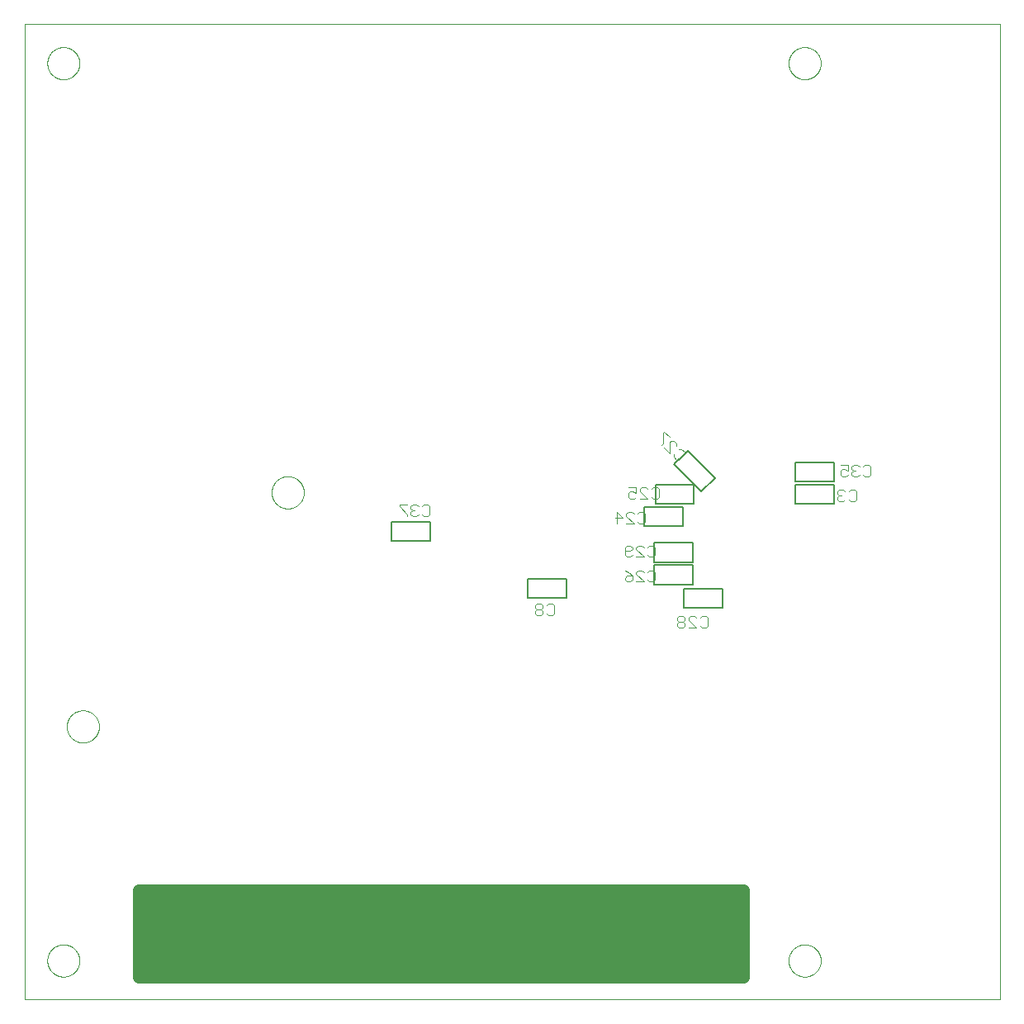
<source format=gbo>
G75*
%MOIN*%
%OFA0B0*%
%FSLAX25Y25*%
%IPPOS*%
%LPD*%
%AMOC8*
5,1,8,0,0,1.08239X$1,22.5*
%
%ADD10C,0.00000*%
%ADD11C,0.05000*%
%ADD12C,0.00500*%
%ADD13C,0.00400*%
D10*
X0008500Y0005500D02*
X0008500Y0399201D01*
X0402201Y0399201D01*
X0402201Y0005500D01*
X0008500Y0005500D01*
X0017752Y0021248D02*
X0017754Y0021409D01*
X0017760Y0021569D01*
X0017770Y0021730D01*
X0017784Y0021890D01*
X0017802Y0022049D01*
X0017823Y0022209D01*
X0017849Y0022367D01*
X0017879Y0022525D01*
X0017912Y0022682D01*
X0017950Y0022839D01*
X0017991Y0022994D01*
X0018036Y0023148D01*
X0018085Y0023301D01*
X0018138Y0023453D01*
X0018194Y0023603D01*
X0018254Y0023752D01*
X0018318Y0023900D01*
X0018385Y0024046D01*
X0018456Y0024190D01*
X0018531Y0024332D01*
X0018609Y0024473D01*
X0018690Y0024611D01*
X0018775Y0024748D01*
X0018864Y0024882D01*
X0018955Y0025014D01*
X0019050Y0025144D01*
X0019148Y0025271D01*
X0019249Y0025396D01*
X0019353Y0025519D01*
X0019460Y0025638D01*
X0019570Y0025755D01*
X0019683Y0025870D01*
X0019799Y0025981D01*
X0019917Y0026090D01*
X0020038Y0026195D01*
X0020162Y0026298D01*
X0020288Y0026398D01*
X0020417Y0026494D01*
X0020548Y0026587D01*
X0020681Y0026677D01*
X0020816Y0026764D01*
X0020954Y0026847D01*
X0021093Y0026926D01*
X0021235Y0027003D01*
X0021378Y0027076D01*
X0021523Y0027145D01*
X0021670Y0027210D01*
X0021818Y0027272D01*
X0021968Y0027331D01*
X0022119Y0027385D01*
X0022271Y0027436D01*
X0022425Y0027483D01*
X0022580Y0027526D01*
X0022735Y0027565D01*
X0022892Y0027601D01*
X0023050Y0027633D01*
X0023208Y0027660D01*
X0023367Y0027684D01*
X0023526Y0027704D01*
X0023686Y0027720D01*
X0023847Y0027732D01*
X0024007Y0027740D01*
X0024168Y0027744D01*
X0024328Y0027744D01*
X0024489Y0027740D01*
X0024649Y0027732D01*
X0024810Y0027720D01*
X0024970Y0027704D01*
X0025129Y0027684D01*
X0025288Y0027660D01*
X0025446Y0027633D01*
X0025604Y0027601D01*
X0025761Y0027565D01*
X0025916Y0027526D01*
X0026071Y0027483D01*
X0026225Y0027436D01*
X0026377Y0027385D01*
X0026528Y0027331D01*
X0026678Y0027272D01*
X0026826Y0027210D01*
X0026973Y0027145D01*
X0027118Y0027076D01*
X0027261Y0027003D01*
X0027403Y0026926D01*
X0027542Y0026847D01*
X0027680Y0026764D01*
X0027815Y0026677D01*
X0027948Y0026587D01*
X0028079Y0026494D01*
X0028208Y0026398D01*
X0028334Y0026298D01*
X0028458Y0026195D01*
X0028579Y0026090D01*
X0028697Y0025981D01*
X0028813Y0025870D01*
X0028926Y0025755D01*
X0029036Y0025638D01*
X0029143Y0025519D01*
X0029247Y0025396D01*
X0029348Y0025271D01*
X0029446Y0025144D01*
X0029541Y0025014D01*
X0029632Y0024882D01*
X0029721Y0024748D01*
X0029806Y0024611D01*
X0029887Y0024473D01*
X0029965Y0024332D01*
X0030040Y0024190D01*
X0030111Y0024046D01*
X0030178Y0023900D01*
X0030242Y0023752D01*
X0030302Y0023603D01*
X0030358Y0023453D01*
X0030411Y0023301D01*
X0030460Y0023148D01*
X0030505Y0022994D01*
X0030546Y0022839D01*
X0030584Y0022682D01*
X0030617Y0022525D01*
X0030647Y0022367D01*
X0030673Y0022209D01*
X0030694Y0022049D01*
X0030712Y0021890D01*
X0030726Y0021730D01*
X0030736Y0021569D01*
X0030742Y0021409D01*
X0030744Y0021248D01*
X0030742Y0021087D01*
X0030736Y0020927D01*
X0030726Y0020766D01*
X0030712Y0020606D01*
X0030694Y0020447D01*
X0030673Y0020287D01*
X0030647Y0020129D01*
X0030617Y0019971D01*
X0030584Y0019814D01*
X0030546Y0019657D01*
X0030505Y0019502D01*
X0030460Y0019348D01*
X0030411Y0019195D01*
X0030358Y0019043D01*
X0030302Y0018893D01*
X0030242Y0018744D01*
X0030178Y0018596D01*
X0030111Y0018450D01*
X0030040Y0018306D01*
X0029965Y0018164D01*
X0029887Y0018023D01*
X0029806Y0017885D01*
X0029721Y0017748D01*
X0029632Y0017614D01*
X0029541Y0017482D01*
X0029446Y0017352D01*
X0029348Y0017225D01*
X0029247Y0017100D01*
X0029143Y0016977D01*
X0029036Y0016858D01*
X0028926Y0016741D01*
X0028813Y0016626D01*
X0028697Y0016515D01*
X0028579Y0016406D01*
X0028458Y0016301D01*
X0028334Y0016198D01*
X0028208Y0016098D01*
X0028079Y0016002D01*
X0027948Y0015909D01*
X0027815Y0015819D01*
X0027680Y0015732D01*
X0027542Y0015649D01*
X0027403Y0015570D01*
X0027261Y0015493D01*
X0027118Y0015420D01*
X0026973Y0015351D01*
X0026826Y0015286D01*
X0026678Y0015224D01*
X0026528Y0015165D01*
X0026377Y0015111D01*
X0026225Y0015060D01*
X0026071Y0015013D01*
X0025916Y0014970D01*
X0025761Y0014931D01*
X0025604Y0014895D01*
X0025446Y0014863D01*
X0025288Y0014836D01*
X0025129Y0014812D01*
X0024970Y0014792D01*
X0024810Y0014776D01*
X0024649Y0014764D01*
X0024489Y0014756D01*
X0024328Y0014752D01*
X0024168Y0014752D01*
X0024007Y0014756D01*
X0023847Y0014764D01*
X0023686Y0014776D01*
X0023526Y0014792D01*
X0023367Y0014812D01*
X0023208Y0014836D01*
X0023050Y0014863D01*
X0022892Y0014895D01*
X0022735Y0014931D01*
X0022580Y0014970D01*
X0022425Y0015013D01*
X0022271Y0015060D01*
X0022119Y0015111D01*
X0021968Y0015165D01*
X0021818Y0015224D01*
X0021670Y0015286D01*
X0021523Y0015351D01*
X0021378Y0015420D01*
X0021235Y0015493D01*
X0021093Y0015570D01*
X0020954Y0015649D01*
X0020816Y0015732D01*
X0020681Y0015819D01*
X0020548Y0015909D01*
X0020417Y0016002D01*
X0020288Y0016098D01*
X0020162Y0016198D01*
X0020038Y0016301D01*
X0019917Y0016406D01*
X0019799Y0016515D01*
X0019683Y0016626D01*
X0019570Y0016741D01*
X0019460Y0016858D01*
X0019353Y0016977D01*
X0019249Y0017100D01*
X0019148Y0017225D01*
X0019050Y0017352D01*
X0018955Y0017482D01*
X0018864Y0017614D01*
X0018775Y0017748D01*
X0018690Y0017885D01*
X0018609Y0018023D01*
X0018531Y0018164D01*
X0018456Y0018306D01*
X0018385Y0018450D01*
X0018318Y0018596D01*
X0018254Y0018744D01*
X0018194Y0018893D01*
X0018138Y0019043D01*
X0018085Y0019195D01*
X0018036Y0019348D01*
X0017991Y0019502D01*
X0017950Y0019657D01*
X0017912Y0019814D01*
X0017879Y0019971D01*
X0017849Y0020129D01*
X0017823Y0020287D01*
X0017802Y0020447D01*
X0017784Y0020606D01*
X0017770Y0020766D01*
X0017760Y0020927D01*
X0017754Y0021087D01*
X0017752Y0021248D01*
X0025626Y0115736D02*
X0025628Y0115897D01*
X0025634Y0116057D01*
X0025644Y0116218D01*
X0025658Y0116378D01*
X0025676Y0116537D01*
X0025697Y0116697D01*
X0025723Y0116855D01*
X0025753Y0117013D01*
X0025786Y0117170D01*
X0025824Y0117327D01*
X0025865Y0117482D01*
X0025910Y0117636D01*
X0025959Y0117789D01*
X0026012Y0117941D01*
X0026068Y0118091D01*
X0026128Y0118240D01*
X0026192Y0118388D01*
X0026259Y0118534D01*
X0026330Y0118678D01*
X0026405Y0118820D01*
X0026483Y0118961D01*
X0026564Y0119099D01*
X0026649Y0119236D01*
X0026738Y0119370D01*
X0026829Y0119502D01*
X0026924Y0119632D01*
X0027022Y0119759D01*
X0027123Y0119884D01*
X0027227Y0120007D01*
X0027334Y0120126D01*
X0027444Y0120243D01*
X0027557Y0120358D01*
X0027673Y0120469D01*
X0027791Y0120578D01*
X0027912Y0120683D01*
X0028036Y0120786D01*
X0028162Y0120886D01*
X0028291Y0120982D01*
X0028422Y0121075D01*
X0028555Y0121165D01*
X0028690Y0121252D01*
X0028828Y0121335D01*
X0028967Y0121414D01*
X0029109Y0121491D01*
X0029252Y0121564D01*
X0029397Y0121633D01*
X0029544Y0121698D01*
X0029692Y0121760D01*
X0029842Y0121819D01*
X0029993Y0121873D01*
X0030145Y0121924D01*
X0030299Y0121971D01*
X0030454Y0122014D01*
X0030609Y0122053D01*
X0030766Y0122089D01*
X0030924Y0122121D01*
X0031082Y0122148D01*
X0031241Y0122172D01*
X0031400Y0122192D01*
X0031560Y0122208D01*
X0031721Y0122220D01*
X0031881Y0122228D01*
X0032042Y0122232D01*
X0032202Y0122232D01*
X0032363Y0122228D01*
X0032523Y0122220D01*
X0032684Y0122208D01*
X0032844Y0122192D01*
X0033003Y0122172D01*
X0033162Y0122148D01*
X0033320Y0122121D01*
X0033478Y0122089D01*
X0033635Y0122053D01*
X0033790Y0122014D01*
X0033945Y0121971D01*
X0034099Y0121924D01*
X0034251Y0121873D01*
X0034402Y0121819D01*
X0034552Y0121760D01*
X0034700Y0121698D01*
X0034847Y0121633D01*
X0034992Y0121564D01*
X0035135Y0121491D01*
X0035277Y0121414D01*
X0035416Y0121335D01*
X0035554Y0121252D01*
X0035689Y0121165D01*
X0035822Y0121075D01*
X0035953Y0120982D01*
X0036082Y0120886D01*
X0036208Y0120786D01*
X0036332Y0120683D01*
X0036453Y0120578D01*
X0036571Y0120469D01*
X0036687Y0120358D01*
X0036800Y0120243D01*
X0036910Y0120126D01*
X0037017Y0120007D01*
X0037121Y0119884D01*
X0037222Y0119759D01*
X0037320Y0119632D01*
X0037415Y0119502D01*
X0037506Y0119370D01*
X0037595Y0119236D01*
X0037680Y0119099D01*
X0037761Y0118961D01*
X0037839Y0118820D01*
X0037914Y0118678D01*
X0037985Y0118534D01*
X0038052Y0118388D01*
X0038116Y0118240D01*
X0038176Y0118091D01*
X0038232Y0117941D01*
X0038285Y0117789D01*
X0038334Y0117636D01*
X0038379Y0117482D01*
X0038420Y0117327D01*
X0038458Y0117170D01*
X0038491Y0117013D01*
X0038521Y0116855D01*
X0038547Y0116697D01*
X0038568Y0116537D01*
X0038586Y0116378D01*
X0038600Y0116218D01*
X0038610Y0116057D01*
X0038616Y0115897D01*
X0038618Y0115736D01*
X0038616Y0115575D01*
X0038610Y0115415D01*
X0038600Y0115254D01*
X0038586Y0115094D01*
X0038568Y0114935D01*
X0038547Y0114775D01*
X0038521Y0114617D01*
X0038491Y0114459D01*
X0038458Y0114302D01*
X0038420Y0114145D01*
X0038379Y0113990D01*
X0038334Y0113836D01*
X0038285Y0113683D01*
X0038232Y0113531D01*
X0038176Y0113381D01*
X0038116Y0113232D01*
X0038052Y0113084D01*
X0037985Y0112938D01*
X0037914Y0112794D01*
X0037839Y0112652D01*
X0037761Y0112511D01*
X0037680Y0112373D01*
X0037595Y0112236D01*
X0037506Y0112102D01*
X0037415Y0111970D01*
X0037320Y0111840D01*
X0037222Y0111713D01*
X0037121Y0111588D01*
X0037017Y0111465D01*
X0036910Y0111346D01*
X0036800Y0111229D01*
X0036687Y0111114D01*
X0036571Y0111003D01*
X0036453Y0110894D01*
X0036332Y0110789D01*
X0036208Y0110686D01*
X0036082Y0110586D01*
X0035953Y0110490D01*
X0035822Y0110397D01*
X0035689Y0110307D01*
X0035554Y0110220D01*
X0035416Y0110137D01*
X0035277Y0110058D01*
X0035135Y0109981D01*
X0034992Y0109908D01*
X0034847Y0109839D01*
X0034700Y0109774D01*
X0034552Y0109712D01*
X0034402Y0109653D01*
X0034251Y0109599D01*
X0034099Y0109548D01*
X0033945Y0109501D01*
X0033790Y0109458D01*
X0033635Y0109419D01*
X0033478Y0109383D01*
X0033320Y0109351D01*
X0033162Y0109324D01*
X0033003Y0109300D01*
X0032844Y0109280D01*
X0032684Y0109264D01*
X0032523Y0109252D01*
X0032363Y0109244D01*
X0032202Y0109240D01*
X0032042Y0109240D01*
X0031881Y0109244D01*
X0031721Y0109252D01*
X0031560Y0109264D01*
X0031400Y0109280D01*
X0031241Y0109300D01*
X0031082Y0109324D01*
X0030924Y0109351D01*
X0030766Y0109383D01*
X0030609Y0109419D01*
X0030454Y0109458D01*
X0030299Y0109501D01*
X0030145Y0109548D01*
X0029993Y0109599D01*
X0029842Y0109653D01*
X0029692Y0109712D01*
X0029544Y0109774D01*
X0029397Y0109839D01*
X0029252Y0109908D01*
X0029109Y0109981D01*
X0028967Y0110058D01*
X0028828Y0110137D01*
X0028690Y0110220D01*
X0028555Y0110307D01*
X0028422Y0110397D01*
X0028291Y0110490D01*
X0028162Y0110586D01*
X0028036Y0110686D01*
X0027912Y0110789D01*
X0027791Y0110894D01*
X0027673Y0111003D01*
X0027557Y0111114D01*
X0027444Y0111229D01*
X0027334Y0111346D01*
X0027227Y0111465D01*
X0027123Y0111588D01*
X0027022Y0111713D01*
X0026924Y0111840D01*
X0026829Y0111970D01*
X0026738Y0112102D01*
X0026649Y0112236D01*
X0026564Y0112373D01*
X0026483Y0112511D01*
X0026405Y0112652D01*
X0026330Y0112794D01*
X0026259Y0112938D01*
X0026192Y0113084D01*
X0026128Y0113232D01*
X0026068Y0113381D01*
X0026012Y0113531D01*
X0025959Y0113683D01*
X0025910Y0113836D01*
X0025865Y0113990D01*
X0025824Y0114145D01*
X0025786Y0114302D01*
X0025753Y0114459D01*
X0025723Y0114617D01*
X0025697Y0114775D01*
X0025676Y0114935D01*
X0025658Y0115094D01*
X0025644Y0115254D01*
X0025634Y0115415D01*
X0025628Y0115575D01*
X0025626Y0115736D01*
X0108303Y0210224D02*
X0108305Y0210385D01*
X0108311Y0210545D01*
X0108321Y0210706D01*
X0108335Y0210866D01*
X0108353Y0211025D01*
X0108374Y0211185D01*
X0108400Y0211343D01*
X0108430Y0211501D01*
X0108463Y0211658D01*
X0108501Y0211815D01*
X0108542Y0211970D01*
X0108587Y0212124D01*
X0108636Y0212277D01*
X0108689Y0212429D01*
X0108745Y0212579D01*
X0108805Y0212728D01*
X0108869Y0212876D01*
X0108936Y0213022D01*
X0109007Y0213166D01*
X0109082Y0213308D01*
X0109160Y0213449D01*
X0109241Y0213587D01*
X0109326Y0213724D01*
X0109415Y0213858D01*
X0109506Y0213990D01*
X0109601Y0214120D01*
X0109699Y0214247D01*
X0109800Y0214372D01*
X0109904Y0214495D01*
X0110011Y0214614D01*
X0110121Y0214731D01*
X0110234Y0214846D01*
X0110350Y0214957D01*
X0110468Y0215066D01*
X0110589Y0215171D01*
X0110713Y0215274D01*
X0110839Y0215374D01*
X0110968Y0215470D01*
X0111099Y0215563D01*
X0111232Y0215653D01*
X0111367Y0215740D01*
X0111505Y0215823D01*
X0111644Y0215902D01*
X0111786Y0215979D01*
X0111929Y0216052D01*
X0112074Y0216121D01*
X0112221Y0216186D01*
X0112369Y0216248D01*
X0112519Y0216307D01*
X0112670Y0216361D01*
X0112822Y0216412D01*
X0112976Y0216459D01*
X0113131Y0216502D01*
X0113286Y0216541D01*
X0113443Y0216577D01*
X0113601Y0216609D01*
X0113759Y0216636D01*
X0113918Y0216660D01*
X0114077Y0216680D01*
X0114237Y0216696D01*
X0114398Y0216708D01*
X0114558Y0216716D01*
X0114719Y0216720D01*
X0114879Y0216720D01*
X0115040Y0216716D01*
X0115200Y0216708D01*
X0115361Y0216696D01*
X0115521Y0216680D01*
X0115680Y0216660D01*
X0115839Y0216636D01*
X0115997Y0216609D01*
X0116155Y0216577D01*
X0116312Y0216541D01*
X0116467Y0216502D01*
X0116622Y0216459D01*
X0116776Y0216412D01*
X0116928Y0216361D01*
X0117079Y0216307D01*
X0117229Y0216248D01*
X0117377Y0216186D01*
X0117524Y0216121D01*
X0117669Y0216052D01*
X0117812Y0215979D01*
X0117954Y0215902D01*
X0118093Y0215823D01*
X0118231Y0215740D01*
X0118366Y0215653D01*
X0118499Y0215563D01*
X0118630Y0215470D01*
X0118759Y0215374D01*
X0118885Y0215274D01*
X0119009Y0215171D01*
X0119130Y0215066D01*
X0119248Y0214957D01*
X0119364Y0214846D01*
X0119477Y0214731D01*
X0119587Y0214614D01*
X0119694Y0214495D01*
X0119798Y0214372D01*
X0119899Y0214247D01*
X0119997Y0214120D01*
X0120092Y0213990D01*
X0120183Y0213858D01*
X0120272Y0213724D01*
X0120357Y0213587D01*
X0120438Y0213449D01*
X0120516Y0213308D01*
X0120591Y0213166D01*
X0120662Y0213022D01*
X0120729Y0212876D01*
X0120793Y0212728D01*
X0120853Y0212579D01*
X0120909Y0212429D01*
X0120962Y0212277D01*
X0121011Y0212124D01*
X0121056Y0211970D01*
X0121097Y0211815D01*
X0121135Y0211658D01*
X0121168Y0211501D01*
X0121198Y0211343D01*
X0121224Y0211185D01*
X0121245Y0211025D01*
X0121263Y0210866D01*
X0121277Y0210706D01*
X0121287Y0210545D01*
X0121293Y0210385D01*
X0121295Y0210224D01*
X0121293Y0210063D01*
X0121287Y0209903D01*
X0121277Y0209742D01*
X0121263Y0209582D01*
X0121245Y0209423D01*
X0121224Y0209263D01*
X0121198Y0209105D01*
X0121168Y0208947D01*
X0121135Y0208790D01*
X0121097Y0208633D01*
X0121056Y0208478D01*
X0121011Y0208324D01*
X0120962Y0208171D01*
X0120909Y0208019D01*
X0120853Y0207869D01*
X0120793Y0207720D01*
X0120729Y0207572D01*
X0120662Y0207426D01*
X0120591Y0207282D01*
X0120516Y0207140D01*
X0120438Y0206999D01*
X0120357Y0206861D01*
X0120272Y0206724D01*
X0120183Y0206590D01*
X0120092Y0206458D01*
X0119997Y0206328D01*
X0119899Y0206201D01*
X0119798Y0206076D01*
X0119694Y0205953D01*
X0119587Y0205834D01*
X0119477Y0205717D01*
X0119364Y0205602D01*
X0119248Y0205491D01*
X0119130Y0205382D01*
X0119009Y0205277D01*
X0118885Y0205174D01*
X0118759Y0205074D01*
X0118630Y0204978D01*
X0118499Y0204885D01*
X0118366Y0204795D01*
X0118231Y0204708D01*
X0118093Y0204625D01*
X0117954Y0204546D01*
X0117812Y0204469D01*
X0117669Y0204396D01*
X0117524Y0204327D01*
X0117377Y0204262D01*
X0117229Y0204200D01*
X0117079Y0204141D01*
X0116928Y0204087D01*
X0116776Y0204036D01*
X0116622Y0203989D01*
X0116467Y0203946D01*
X0116312Y0203907D01*
X0116155Y0203871D01*
X0115997Y0203839D01*
X0115839Y0203812D01*
X0115680Y0203788D01*
X0115521Y0203768D01*
X0115361Y0203752D01*
X0115200Y0203740D01*
X0115040Y0203732D01*
X0114879Y0203728D01*
X0114719Y0203728D01*
X0114558Y0203732D01*
X0114398Y0203740D01*
X0114237Y0203752D01*
X0114077Y0203768D01*
X0113918Y0203788D01*
X0113759Y0203812D01*
X0113601Y0203839D01*
X0113443Y0203871D01*
X0113286Y0203907D01*
X0113131Y0203946D01*
X0112976Y0203989D01*
X0112822Y0204036D01*
X0112670Y0204087D01*
X0112519Y0204141D01*
X0112369Y0204200D01*
X0112221Y0204262D01*
X0112074Y0204327D01*
X0111929Y0204396D01*
X0111786Y0204469D01*
X0111644Y0204546D01*
X0111505Y0204625D01*
X0111367Y0204708D01*
X0111232Y0204795D01*
X0111099Y0204885D01*
X0110968Y0204978D01*
X0110839Y0205074D01*
X0110713Y0205174D01*
X0110589Y0205277D01*
X0110468Y0205382D01*
X0110350Y0205491D01*
X0110234Y0205602D01*
X0110121Y0205717D01*
X0110011Y0205834D01*
X0109904Y0205953D01*
X0109800Y0206076D01*
X0109699Y0206201D01*
X0109601Y0206328D01*
X0109506Y0206458D01*
X0109415Y0206590D01*
X0109326Y0206724D01*
X0109241Y0206861D01*
X0109160Y0206999D01*
X0109082Y0207140D01*
X0109007Y0207282D01*
X0108936Y0207426D01*
X0108869Y0207572D01*
X0108805Y0207720D01*
X0108745Y0207869D01*
X0108689Y0208019D01*
X0108636Y0208171D01*
X0108587Y0208324D01*
X0108542Y0208478D01*
X0108501Y0208633D01*
X0108463Y0208790D01*
X0108430Y0208947D01*
X0108400Y0209105D01*
X0108374Y0209263D01*
X0108353Y0209423D01*
X0108335Y0209582D01*
X0108321Y0209742D01*
X0108311Y0209903D01*
X0108305Y0210063D01*
X0108303Y0210224D01*
X0017752Y0383453D02*
X0017754Y0383614D01*
X0017760Y0383774D01*
X0017770Y0383935D01*
X0017784Y0384095D01*
X0017802Y0384254D01*
X0017823Y0384414D01*
X0017849Y0384572D01*
X0017879Y0384730D01*
X0017912Y0384887D01*
X0017950Y0385044D01*
X0017991Y0385199D01*
X0018036Y0385353D01*
X0018085Y0385506D01*
X0018138Y0385658D01*
X0018194Y0385808D01*
X0018254Y0385957D01*
X0018318Y0386105D01*
X0018385Y0386251D01*
X0018456Y0386395D01*
X0018531Y0386537D01*
X0018609Y0386678D01*
X0018690Y0386816D01*
X0018775Y0386953D01*
X0018864Y0387087D01*
X0018955Y0387219D01*
X0019050Y0387349D01*
X0019148Y0387476D01*
X0019249Y0387601D01*
X0019353Y0387724D01*
X0019460Y0387843D01*
X0019570Y0387960D01*
X0019683Y0388075D01*
X0019799Y0388186D01*
X0019917Y0388295D01*
X0020038Y0388400D01*
X0020162Y0388503D01*
X0020288Y0388603D01*
X0020417Y0388699D01*
X0020548Y0388792D01*
X0020681Y0388882D01*
X0020816Y0388969D01*
X0020954Y0389052D01*
X0021093Y0389131D01*
X0021235Y0389208D01*
X0021378Y0389281D01*
X0021523Y0389350D01*
X0021670Y0389415D01*
X0021818Y0389477D01*
X0021968Y0389536D01*
X0022119Y0389590D01*
X0022271Y0389641D01*
X0022425Y0389688D01*
X0022580Y0389731D01*
X0022735Y0389770D01*
X0022892Y0389806D01*
X0023050Y0389838D01*
X0023208Y0389865D01*
X0023367Y0389889D01*
X0023526Y0389909D01*
X0023686Y0389925D01*
X0023847Y0389937D01*
X0024007Y0389945D01*
X0024168Y0389949D01*
X0024328Y0389949D01*
X0024489Y0389945D01*
X0024649Y0389937D01*
X0024810Y0389925D01*
X0024970Y0389909D01*
X0025129Y0389889D01*
X0025288Y0389865D01*
X0025446Y0389838D01*
X0025604Y0389806D01*
X0025761Y0389770D01*
X0025916Y0389731D01*
X0026071Y0389688D01*
X0026225Y0389641D01*
X0026377Y0389590D01*
X0026528Y0389536D01*
X0026678Y0389477D01*
X0026826Y0389415D01*
X0026973Y0389350D01*
X0027118Y0389281D01*
X0027261Y0389208D01*
X0027403Y0389131D01*
X0027542Y0389052D01*
X0027680Y0388969D01*
X0027815Y0388882D01*
X0027948Y0388792D01*
X0028079Y0388699D01*
X0028208Y0388603D01*
X0028334Y0388503D01*
X0028458Y0388400D01*
X0028579Y0388295D01*
X0028697Y0388186D01*
X0028813Y0388075D01*
X0028926Y0387960D01*
X0029036Y0387843D01*
X0029143Y0387724D01*
X0029247Y0387601D01*
X0029348Y0387476D01*
X0029446Y0387349D01*
X0029541Y0387219D01*
X0029632Y0387087D01*
X0029721Y0386953D01*
X0029806Y0386816D01*
X0029887Y0386678D01*
X0029965Y0386537D01*
X0030040Y0386395D01*
X0030111Y0386251D01*
X0030178Y0386105D01*
X0030242Y0385957D01*
X0030302Y0385808D01*
X0030358Y0385658D01*
X0030411Y0385506D01*
X0030460Y0385353D01*
X0030505Y0385199D01*
X0030546Y0385044D01*
X0030584Y0384887D01*
X0030617Y0384730D01*
X0030647Y0384572D01*
X0030673Y0384414D01*
X0030694Y0384254D01*
X0030712Y0384095D01*
X0030726Y0383935D01*
X0030736Y0383774D01*
X0030742Y0383614D01*
X0030744Y0383453D01*
X0030742Y0383292D01*
X0030736Y0383132D01*
X0030726Y0382971D01*
X0030712Y0382811D01*
X0030694Y0382652D01*
X0030673Y0382492D01*
X0030647Y0382334D01*
X0030617Y0382176D01*
X0030584Y0382019D01*
X0030546Y0381862D01*
X0030505Y0381707D01*
X0030460Y0381553D01*
X0030411Y0381400D01*
X0030358Y0381248D01*
X0030302Y0381098D01*
X0030242Y0380949D01*
X0030178Y0380801D01*
X0030111Y0380655D01*
X0030040Y0380511D01*
X0029965Y0380369D01*
X0029887Y0380228D01*
X0029806Y0380090D01*
X0029721Y0379953D01*
X0029632Y0379819D01*
X0029541Y0379687D01*
X0029446Y0379557D01*
X0029348Y0379430D01*
X0029247Y0379305D01*
X0029143Y0379182D01*
X0029036Y0379063D01*
X0028926Y0378946D01*
X0028813Y0378831D01*
X0028697Y0378720D01*
X0028579Y0378611D01*
X0028458Y0378506D01*
X0028334Y0378403D01*
X0028208Y0378303D01*
X0028079Y0378207D01*
X0027948Y0378114D01*
X0027815Y0378024D01*
X0027680Y0377937D01*
X0027542Y0377854D01*
X0027403Y0377775D01*
X0027261Y0377698D01*
X0027118Y0377625D01*
X0026973Y0377556D01*
X0026826Y0377491D01*
X0026678Y0377429D01*
X0026528Y0377370D01*
X0026377Y0377316D01*
X0026225Y0377265D01*
X0026071Y0377218D01*
X0025916Y0377175D01*
X0025761Y0377136D01*
X0025604Y0377100D01*
X0025446Y0377068D01*
X0025288Y0377041D01*
X0025129Y0377017D01*
X0024970Y0376997D01*
X0024810Y0376981D01*
X0024649Y0376969D01*
X0024489Y0376961D01*
X0024328Y0376957D01*
X0024168Y0376957D01*
X0024007Y0376961D01*
X0023847Y0376969D01*
X0023686Y0376981D01*
X0023526Y0376997D01*
X0023367Y0377017D01*
X0023208Y0377041D01*
X0023050Y0377068D01*
X0022892Y0377100D01*
X0022735Y0377136D01*
X0022580Y0377175D01*
X0022425Y0377218D01*
X0022271Y0377265D01*
X0022119Y0377316D01*
X0021968Y0377370D01*
X0021818Y0377429D01*
X0021670Y0377491D01*
X0021523Y0377556D01*
X0021378Y0377625D01*
X0021235Y0377698D01*
X0021093Y0377775D01*
X0020954Y0377854D01*
X0020816Y0377937D01*
X0020681Y0378024D01*
X0020548Y0378114D01*
X0020417Y0378207D01*
X0020288Y0378303D01*
X0020162Y0378403D01*
X0020038Y0378506D01*
X0019917Y0378611D01*
X0019799Y0378720D01*
X0019683Y0378831D01*
X0019570Y0378946D01*
X0019460Y0379063D01*
X0019353Y0379182D01*
X0019249Y0379305D01*
X0019148Y0379430D01*
X0019050Y0379557D01*
X0018955Y0379687D01*
X0018864Y0379819D01*
X0018775Y0379953D01*
X0018690Y0380090D01*
X0018609Y0380228D01*
X0018531Y0380369D01*
X0018456Y0380511D01*
X0018385Y0380655D01*
X0018318Y0380801D01*
X0018254Y0380949D01*
X0018194Y0381098D01*
X0018138Y0381248D01*
X0018085Y0381400D01*
X0018036Y0381553D01*
X0017991Y0381707D01*
X0017950Y0381862D01*
X0017912Y0382019D01*
X0017879Y0382176D01*
X0017849Y0382334D01*
X0017823Y0382492D01*
X0017802Y0382652D01*
X0017784Y0382811D01*
X0017770Y0382971D01*
X0017760Y0383132D01*
X0017754Y0383292D01*
X0017752Y0383453D01*
X0316965Y0383453D02*
X0316967Y0383614D01*
X0316973Y0383774D01*
X0316983Y0383935D01*
X0316997Y0384095D01*
X0317015Y0384254D01*
X0317036Y0384414D01*
X0317062Y0384572D01*
X0317092Y0384730D01*
X0317125Y0384887D01*
X0317163Y0385044D01*
X0317204Y0385199D01*
X0317249Y0385353D01*
X0317298Y0385506D01*
X0317351Y0385658D01*
X0317407Y0385808D01*
X0317467Y0385957D01*
X0317531Y0386105D01*
X0317598Y0386251D01*
X0317669Y0386395D01*
X0317744Y0386537D01*
X0317822Y0386678D01*
X0317903Y0386816D01*
X0317988Y0386953D01*
X0318077Y0387087D01*
X0318168Y0387219D01*
X0318263Y0387349D01*
X0318361Y0387476D01*
X0318462Y0387601D01*
X0318566Y0387724D01*
X0318673Y0387843D01*
X0318783Y0387960D01*
X0318896Y0388075D01*
X0319012Y0388186D01*
X0319130Y0388295D01*
X0319251Y0388400D01*
X0319375Y0388503D01*
X0319501Y0388603D01*
X0319630Y0388699D01*
X0319761Y0388792D01*
X0319894Y0388882D01*
X0320029Y0388969D01*
X0320167Y0389052D01*
X0320306Y0389131D01*
X0320448Y0389208D01*
X0320591Y0389281D01*
X0320736Y0389350D01*
X0320883Y0389415D01*
X0321031Y0389477D01*
X0321181Y0389536D01*
X0321332Y0389590D01*
X0321484Y0389641D01*
X0321638Y0389688D01*
X0321793Y0389731D01*
X0321948Y0389770D01*
X0322105Y0389806D01*
X0322263Y0389838D01*
X0322421Y0389865D01*
X0322580Y0389889D01*
X0322739Y0389909D01*
X0322899Y0389925D01*
X0323060Y0389937D01*
X0323220Y0389945D01*
X0323381Y0389949D01*
X0323541Y0389949D01*
X0323702Y0389945D01*
X0323862Y0389937D01*
X0324023Y0389925D01*
X0324183Y0389909D01*
X0324342Y0389889D01*
X0324501Y0389865D01*
X0324659Y0389838D01*
X0324817Y0389806D01*
X0324974Y0389770D01*
X0325129Y0389731D01*
X0325284Y0389688D01*
X0325438Y0389641D01*
X0325590Y0389590D01*
X0325741Y0389536D01*
X0325891Y0389477D01*
X0326039Y0389415D01*
X0326186Y0389350D01*
X0326331Y0389281D01*
X0326474Y0389208D01*
X0326616Y0389131D01*
X0326755Y0389052D01*
X0326893Y0388969D01*
X0327028Y0388882D01*
X0327161Y0388792D01*
X0327292Y0388699D01*
X0327421Y0388603D01*
X0327547Y0388503D01*
X0327671Y0388400D01*
X0327792Y0388295D01*
X0327910Y0388186D01*
X0328026Y0388075D01*
X0328139Y0387960D01*
X0328249Y0387843D01*
X0328356Y0387724D01*
X0328460Y0387601D01*
X0328561Y0387476D01*
X0328659Y0387349D01*
X0328754Y0387219D01*
X0328845Y0387087D01*
X0328934Y0386953D01*
X0329019Y0386816D01*
X0329100Y0386678D01*
X0329178Y0386537D01*
X0329253Y0386395D01*
X0329324Y0386251D01*
X0329391Y0386105D01*
X0329455Y0385957D01*
X0329515Y0385808D01*
X0329571Y0385658D01*
X0329624Y0385506D01*
X0329673Y0385353D01*
X0329718Y0385199D01*
X0329759Y0385044D01*
X0329797Y0384887D01*
X0329830Y0384730D01*
X0329860Y0384572D01*
X0329886Y0384414D01*
X0329907Y0384254D01*
X0329925Y0384095D01*
X0329939Y0383935D01*
X0329949Y0383774D01*
X0329955Y0383614D01*
X0329957Y0383453D01*
X0329955Y0383292D01*
X0329949Y0383132D01*
X0329939Y0382971D01*
X0329925Y0382811D01*
X0329907Y0382652D01*
X0329886Y0382492D01*
X0329860Y0382334D01*
X0329830Y0382176D01*
X0329797Y0382019D01*
X0329759Y0381862D01*
X0329718Y0381707D01*
X0329673Y0381553D01*
X0329624Y0381400D01*
X0329571Y0381248D01*
X0329515Y0381098D01*
X0329455Y0380949D01*
X0329391Y0380801D01*
X0329324Y0380655D01*
X0329253Y0380511D01*
X0329178Y0380369D01*
X0329100Y0380228D01*
X0329019Y0380090D01*
X0328934Y0379953D01*
X0328845Y0379819D01*
X0328754Y0379687D01*
X0328659Y0379557D01*
X0328561Y0379430D01*
X0328460Y0379305D01*
X0328356Y0379182D01*
X0328249Y0379063D01*
X0328139Y0378946D01*
X0328026Y0378831D01*
X0327910Y0378720D01*
X0327792Y0378611D01*
X0327671Y0378506D01*
X0327547Y0378403D01*
X0327421Y0378303D01*
X0327292Y0378207D01*
X0327161Y0378114D01*
X0327028Y0378024D01*
X0326893Y0377937D01*
X0326755Y0377854D01*
X0326616Y0377775D01*
X0326474Y0377698D01*
X0326331Y0377625D01*
X0326186Y0377556D01*
X0326039Y0377491D01*
X0325891Y0377429D01*
X0325741Y0377370D01*
X0325590Y0377316D01*
X0325438Y0377265D01*
X0325284Y0377218D01*
X0325129Y0377175D01*
X0324974Y0377136D01*
X0324817Y0377100D01*
X0324659Y0377068D01*
X0324501Y0377041D01*
X0324342Y0377017D01*
X0324183Y0376997D01*
X0324023Y0376981D01*
X0323862Y0376969D01*
X0323702Y0376961D01*
X0323541Y0376957D01*
X0323381Y0376957D01*
X0323220Y0376961D01*
X0323060Y0376969D01*
X0322899Y0376981D01*
X0322739Y0376997D01*
X0322580Y0377017D01*
X0322421Y0377041D01*
X0322263Y0377068D01*
X0322105Y0377100D01*
X0321948Y0377136D01*
X0321793Y0377175D01*
X0321638Y0377218D01*
X0321484Y0377265D01*
X0321332Y0377316D01*
X0321181Y0377370D01*
X0321031Y0377429D01*
X0320883Y0377491D01*
X0320736Y0377556D01*
X0320591Y0377625D01*
X0320448Y0377698D01*
X0320306Y0377775D01*
X0320167Y0377854D01*
X0320029Y0377937D01*
X0319894Y0378024D01*
X0319761Y0378114D01*
X0319630Y0378207D01*
X0319501Y0378303D01*
X0319375Y0378403D01*
X0319251Y0378506D01*
X0319130Y0378611D01*
X0319012Y0378720D01*
X0318896Y0378831D01*
X0318783Y0378946D01*
X0318673Y0379063D01*
X0318566Y0379182D01*
X0318462Y0379305D01*
X0318361Y0379430D01*
X0318263Y0379557D01*
X0318168Y0379687D01*
X0318077Y0379819D01*
X0317988Y0379953D01*
X0317903Y0380090D01*
X0317822Y0380228D01*
X0317744Y0380369D01*
X0317669Y0380511D01*
X0317598Y0380655D01*
X0317531Y0380801D01*
X0317467Y0380949D01*
X0317407Y0381098D01*
X0317351Y0381248D01*
X0317298Y0381400D01*
X0317249Y0381553D01*
X0317204Y0381707D01*
X0317163Y0381862D01*
X0317125Y0382019D01*
X0317092Y0382176D01*
X0317062Y0382334D01*
X0317036Y0382492D01*
X0317015Y0382652D01*
X0316997Y0382811D01*
X0316983Y0382971D01*
X0316973Y0383132D01*
X0316967Y0383292D01*
X0316965Y0383453D01*
X0316965Y0021248D02*
X0316967Y0021409D01*
X0316973Y0021569D01*
X0316983Y0021730D01*
X0316997Y0021890D01*
X0317015Y0022049D01*
X0317036Y0022209D01*
X0317062Y0022367D01*
X0317092Y0022525D01*
X0317125Y0022682D01*
X0317163Y0022839D01*
X0317204Y0022994D01*
X0317249Y0023148D01*
X0317298Y0023301D01*
X0317351Y0023453D01*
X0317407Y0023603D01*
X0317467Y0023752D01*
X0317531Y0023900D01*
X0317598Y0024046D01*
X0317669Y0024190D01*
X0317744Y0024332D01*
X0317822Y0024473D01*
X0317903Y0024611D01*
X0317988Y0024748D01*
X0318077Y0024882D01*
X0318168Y0025014D01*
X0318263Y0025144D01*
X0318361Y0025271D01*
X0318462Y0025396D01*
X0318566Y0025519D01*
X0318673Y0025638D01*
X0318783Y0025755D01*
X0318896Y0025870D01*
X0319012Y0025981D01*
X0319130Y0026090D01*
X0319251Y0026195D01*
X0319375Y0026298D01*
X0319501Y0026398D01*
X0319630Y0026494D01*
X0319761Y0026587D01*
X0319894Y0026677D01*
X0320029Y0026764D01*
X0320167Y0026847D01*
X0320306Y0026926D01*
X0320448Y0027003D01*
X0320591Y0027076D01*
X0320736Y0027145D01*
X0320883Y0027210D01*
X0321031Y0027272D01*
X0321181Y0027331D01*
X0321332Y0027385D01*
X0321484Y0027436D01*
X0321638Y0027483D01*
X0321793Y0027526D01*
X0321948Y0027565D01*
X0322105Y0027601D01*
X0322263Y0027633D01*
X0322421Y0027660D01*
X0322580Y0027684D01*
X0322739Y0027704D01*
X0322899Y0027720D01*
X0323060Y0027732D01*
X0323220Y0027740D01*
X0323381Y0027744D01*
X0323541Y0027744D01*
X0323702Y0027740D01*
X0323862Y0027732D01*
X0324023Y0027720D01*
X0324183Y0027704D01*
X0324342Y0027684D01*
X0324501Y0027660D01*
X0324659Y0027633D01*
X0324817Y0027601D01*
X0324974Y0027565D01*
X0325129Y0027526D01*
X0325284Y0027483D01*
X0325438Y0027436D01*
X0325590Y0027385D01*
X0325741Y0027331D01*
X0325891Y0027272D01*
X0326039Y0027210D01*
X0326186Y0027145D01*
X0326331Y0027076D01*
X0326474Y0027003D01*
X0326616Y0026926D01*
X0326755Y0026847D01*
X0326893Y0026764D01*
X0327028Y0026677D01*
X0327161Y0026587D01*
X0327292Y0026494D01*
X0327421Y0026398D01*
X0327547Y0026298D01*
X0327671Y0026195D01*
X0327792Y0026090D01*
X0327910Y0025981D01*
X0328026Y0025870D01*
X0328139Y0025755D01*
X0328249Y0025638D01*
X0328356Y0025519D01*
X0328460Y0025396D01*
X0328561Y0025271D01*
X0328659Y0025144D01*
X0328754Y0025014D01*
X0328845Y0024882D01*
X0328934Y0024748D01*
X0329019Y0024611D01*
X0329100Y0024473D01*
X0329178Y0024332D01*
X0329253Y0024190D01*
X0329324Y0024046D01*
X0329391Y0023900D01*
X0329455Y0023752D01*
X0329515Y0023603D01*
X0329571Y0023453D01*
X0329624Y0023301D01*
X0329673Y0023148D01*
X0329718Y0022994D01*
X0329759Y0022839D01*
X0329797Y0022682D01*
X0329830Y0022525D01*
X0329860Y0022367D01*
X0329886Y0022209D01*
X0329907Y0022049D01*
X0329925Y0021890D01*
X0329939Y0021730D01*
X0329949Y0021569D01*
X0329955Y0021409D01*
X0329957Y0021248D01*
X0329955Y0021087D01*
X0329949Y0020927D01*
X0329939Y0020766D01*
X0329925Y0020606D01*
X0329907Y0020447D01*
X0329886Y0020287D01*
X0329860Y0020129D01*
X0329830Y0019971D01*
X0329797Y0019814D01*
X0329759Y0019657D01*
X0329718Y0019502D01*
X0329673Y0019348D01*
X0329624Y0019195D01*
X0329571Y0019043D01*
X0329515Y0018893D01*
X0329455Y0018744D01*
X0329391Y0018596D01*
X0329324Y0018450D01*
X0329253Y0018306D01*
X0329178Y0018164D01*
X0329100Y0018023D01*
X0329019Y0017885D01*
X0328934Y0017748D01*
X0328845Y0017614D01*
X0328754Y0017482D01*
X0328659Y0017352D01*
X0328561Y0017225D01*
X0328460Y0017100D01*
X0328356Y0016977D01*
X0328249Y0016858D01*
X0328139Y0016741D01*
X0328026Y0016626D01*
X0327910Y0016515D01*
X0327792Y0016406D01*
X0327671Y0016301D01*
X0327547Y0016198D01*
X0327421Y0016098D01*
X0327292Y0016002D01*
X0327161Y0015909D01*
X0327028Y0015819D01*
X0326893Y0015732D01*
X0326755Y0015649D01*
X0326616Y0015570D01*
X0326474Y0015493D01*
X0326331Y0015420D01*
X0326186Y0015351D01*
X0326039Y0015286D01*
X0325891Y0015224D01*
X0325741Y0015165D01*
X0325590Y0015111D01*
X0325438Y0015060D01*
X0325284Y0015013D01*
X0325129Y0014970D01*
X0324974Y0014931D01*
X0324817Y0014895D01*
X0324659Y0014863D01*
X0324501Y0014836D01*
X0324342Y0014812D01*
X0324183Y0014792D01*
X0324023Y0014776D01*
X0323862Y0014764D01*
X0323702Y0014756D01*
X0323541Y0014752D01*
X0323381Y0014752D01*
X0323220Y0014756D01*
X0323060Y0014764D01*
X0322899Y0014776D01*
X0322739Y0014792D01*
X0322580Y0014812D01*
X0322421Y0014836D01*
X0322263Y0014863D01*
X0322105Y0014895D01*
X0321948Y0014931D01*
X0321793Y0014970D01*
X0321638Y0015013D01*
X0321484Y0015060D01*
X0321332Y0015111D01*
X0321181Y0015165D01*
X0321031Y0015224D01*
X0320883Y0015286D01*
X0320736Y0015351D01*
X0320591Y0015420D01*
X0320448Y0015493D01*
X0320306Y0015570D01*
X0320167Y0015649D01*
X0320029Y0015732D01*
X0319894Y0015819D01*
X0319761Y0015909D01*
X0319630Y0016002D01*
X0319501Y0016098D01*
X0319375Y0016198D01*
X0319251Y0016301D01*
X0319130Y0016406D01*
X0319012Y0016515D01*
X0318896Y0016626D01*
X0318783Y0016741D01*
X0318673Y0016858D01*
X0318566Y0016977D01*
X0318462Y0017100D01*
X0318361Y0017225D01*
X0318263Y0017352D01*
X0318168Y0017482D01*
X0318077Y0017614D01*
X0317988Y0017748D01*
X0317903Y0017885D01*
X0317822Y0018023D01*
X0317744Y0018164D01*
X0317669Y0018306D01*
X0317598Y0018450D01*
X0317531Y0018596D01*
X0317467Y0018744D01*
X0317407Y0018893D01*
X0317351Y0019043D01*
X0317298Y0019195D01*
X0317249Y0019348D01*
X0317204Y0019502D01*
X0317163Y0019657D01*
X0317125Y0019814D01*
X0317092Y0019971D01*
X0317062Y0020129D01*
X0317036Y0020287D01*
X0317015Y0020447D01*
X0316997Y0020606D01*
X0316983Y0020766D01*
X0316973Y0020927D01*
X0316967Y0021087D01*
X0316965Y0021248D01*
D11*
X0298500Y0020496D02*
X0054500Y0020496D01*
X0054500Y0015497D02*
X0298500Y0015497D01*
X0298500Y0014500D02*
X0298500Y0049500D01*
X0054500Y0049500D01*
X0054500Y0014500D01*
X0298500Y0014500D01*
X0298500Y0025494D02*
X0054500Y0025494D01*
X0054500Y0030493D02*
X0298500Y0030493D01*
X0298500Y0035491D02*
X0054500Y0035491D01*
X0054500Y0040490D02*
X0298500Y0040490D01*
X0298500Y0045488D02*
X0054500Y0045488D01*
D12*
X0156732Y0190630D02*
X0156732Y0198370D01*
X0172268Y0198370D01*
X0172268Y0190630D01*
X0156732Y0190630D01*
X0211732Y0175370D02*
X0211732Y0167630D01*
X0227268Y0167630D01*
X0227268Y0175370D01*
X0211732Y0175370D01*
X0258732Y0196630D02*
X0258732Y0204370D01*
X0274268Y0204370D01*
X0274268Y0196630D01*
X0258732Y0196630D01*
X0262732Y0189870D02*
X0278268Y0189870D01*
X0278268Y0182130D01*
X0262732Y0182130D01*
X0262732Y0189870D01*
X0262732Y0180870D02*
X0278268Y0180870D01*
X0278268Y0173130D01*
X0262732Y0173130D01*
X0262732Y0180870D01*
X0274732Y0171370D02*
X0274732Y0163630D01*
X0290268Y0163630D01*
X0290268Y0171370D01*
X0274732Y0171370D01*
X0278768Y0205630D02*
X0263232Y0205630D01*
X0263232Y0213370D01*
X0278768Y0213370D01*
X0278768Y0205630D01*
X0281756Y0210671D02*
X0287229Y0216144D01*
X0276244Y0227129D01*
X0270771Y0221656D01*
X0281756Y0210671D01*
X0319732Y0213370D02*
X0319732Y0205630D01*
X0335268Y0205630D01*
X0335268Y0213370D01*
X0319732Y0213370D01*
X0319732Y0214630D02*
X0319732Y0222370D01*
X0335268Y0222370D01*
X0335268Y0214630D01*
X0319732Y0214630D01*
D13*
X0336627Y0210537D02*
X0336627Y0209769D01*
X0337394Y0209002D01*
X0336627Y0208235D01*
X0336627Y0207467D01*
X0337394Y0206700D01*
X0338929Y0206700D01*
X0339696Y0207467D01*
X0341231Y0207467D02*
X0341998Y0206700D01*
X0343533Y0206700D01*
X0344300Y0207467D01*
X0344300Y0210537D01*
X0343533Y0211304D01*
X0341998Y0211304D01*
X0341231Y0210537D01*
X0339696Y0210537D02*
X0338929Y0211304D01*
X0337394Y0211304D01*
X0336627Y0210537D01*
X0337394Y0209002D02*
X0338161Y0209002D01*
X0338602Y0216700D02*
X0340137Y0216700D01*
X0340904Y0217467D01*
X0342439Y0217467D02*
X0343206Y0216700D01*
X0344741Y0216700D01*
X0345508Y0217467D01*
X0347043Y0217467D02*
X0347810Y0216700D01*
X0349344Y0216700D01*
X0350112Y0217467D01*
X0350112Y0220537D01*
X0349344Y0221304D01*
X0347810Y0221304D01*
X0347043Y0220537D01*
X0345508Y0220537D02*
X0344741Y0221304D01*
X0343206Y0221304D01*
X0342439Y0220537D01*
X0342439Y0219769D01*
X0343206Y0219002D01*
X0342439Y0218235D01*
X0342439Y0217467D01*
X0343206Y0219002D02*
X0343973Y0219002D01*
X0340904Y0219002D02*
X0339369Y0219769D01*
X0338602Y0219769D01*
X0337835Y0219002D01*
X0337835Y0217467D01*
X0338602Y0216700D01*
X0340904Y0219002D02*
X0340904Y0221304D01*
X0337835Y0221304D01*
X0283533Y0160304D02*
X0284300Y0159537D01*
X0284300Y0156467D01*
X0283533Y0155700D01*
X0281998Y0155700D01*
X0281231Y0156467D01*
X0279696Y0155700D02*
X0276627Y0158769D01*
X0276627Y0159537D01*
X0277394Y0160304D01*
X0278929Y0160304D01*
X0279696Y0159537D01*
X0281231Y0159537D02*
X0281998Y0160304D01*
X0283533Y0160304D01*
X0279696Y0155700D02*
X0276627Y0155700D01*
X0275092Y0156467D02*
X0275092Y0157235D01*
X0274325Y0158002D01*
X0272790Y0158002D01*
X0272023Y0157235D01*
X0272023Y0156467D01*
X0272790Y0155700D01*
X0274325Y0155700D01*
X0275092Y0156467D01*
X0274325Y0158002D02*
X0275092Y0158769D01*
X0275092Y0159537D01*
X0274325Y0160304D01*
X0272790Y0160304D01*
X0272023Y0159537D01*
X0272023Y0158769D01*
X0272790Y0158002D01*
X0262344Y0174200D02*
X0260810Y0174200D01*
X0260043Y0174967D01*
X0258508Y0174200D02*
X0255439Y0177269D01*
X0255439Y0178037D01*
X0256206Y0178804D01*
X0257741Y0178804D01*
X0258508Y0178037D01*
X0260043Y0178037D02*
X0260810Y0178804D01*
X0262344Y0178804D01*
X0263112Y0178037D01*
X0263112Y0174967D01*
X0262344Y0174200D01*
X0258508Y0174200D02*
X0255439Y0174200D01*
X0253904Y0174967D02*
X0253137Y0174200D01*
X0251602Y0174200D01*
X0250835Y0174967D01*
X0250835Y0175735D01*
X0251602Y0176502D01*
X0253904Y0176502D01*
X0253904Y0174967D01*
X0253904Y0176502D02*
X0252369Y0178037D01*
X0250835Y0178804D01*
X0251602Y0184200D02*
X0250835Y0184967D01*
X0250835Y0188037D01*
X0251602Y0188804D01*
X0253137Y0188804D01*
X0253904Y0188037D01*
X0253904Y0187269D01*
X0253137Y0186502D01*
X0250835Y0186502D01*
X0251602Y0184200D02*
X0253137Y0184200D01*
X0253904Y0184967D01*
X0255439Y0184200D02*
X0258508Y0184200D01*
X0255439Y0187269D01*
X0255439Y0188037D01*
X0256206Y0188804D01*
X0257741Y0188804D01*
X0258508Y0188037D01*
X0260043Y0188037D02*
X0260810Y0188804D01*
X0262344Y0188804D01*
X0263112Y0188037D01*
X0263112Y0184967D01*
X0262344Y0184200D01*
X0260810Y0184200D01*
X0260043Y0184967D01*
X0258344Y0197700D02*
X0256810Y0197700D01*
X0256043Y0198467D01*
X0254508Y0197700D02*
X0251439Y0200769D01*
X0251439Y0201537D01*
X0252206Y0202304D01*
X0253741Y0202304D01*
X0254508Y0201537D01*
X0256043Y0201537D02*
X0256810Y0202304D01*
X0258344Y0202304D01*
X0259112Y0201537D01*
X0259112Y0198467D01*
X0258344Y0197700D01*
X0254508Y0197700D02*
X0251439Y0197700D01*
X0249904Y0200002D02*
X0246835Y0200002D01*
X0247602Y0197700D02*
X0247602Y0202304D01*
X0249904Y0200002D01*
X0253102Y0207700D02*
X0254637Y0207700D01*
X0255404Y0208467D01*
X0255404Y0210002D02*
X0253869Y0210769D01*
X0253102Y0210769D01*
X0252335Y0210002D01*
X0252335Y0208467D01*
X0253102Y0207700D01*
X0255404Y0210002D02*
X0255404Y0212304D01*
X0252335Y0212304D01*
X0256939Y0211537D02*
X0257706Y0212304D01*
X0259241Y0212304D01*
X0260008Y0211537D01*
X0261543Y0211537D02*
X0262310Y0212304D01*
X0263844Y0212304D01*
X0264612Y0211537D01*
X0264612Y0208467D01*
X0263844Y0207700D01*
X0262310Y0207700D01*
X0261543Y0208467D01*
X0260008Y0207700D02*
X0256939Y0210769D01*
X0256939Y0211537D01*
X0256939Y0207700D02*
X0260008Y0207700D01*
X0271617Y0223423D02*
X0270532Y0224509D01*
X0270532Y0225594D01*
X0268904Y0226136D02*
X0268904Y0230477D01*
X0269447Y0231020D01*
X0270532Y0231020D01*
X0271617Y0229934D01*
X0271617Y0228849D01*
X0272702Y0227764D02*
X0273788Y0227764D01*
X0274873Y0226679D01*
X0274873Y0225594D01*
X0272702Y0223423D01*
X0271617Y0223423D01*
X0268904Y0226136D02*
X0266734Y0228307D01*
X0265649Y0229392D02*
X0266191Y0229934D01*
X0266191Y0234275D01*
X0266734Y0234818D01*
X0268904Y0232647D01*
X0221533Y0165304D02*
X0222300Y0164537D01*
X0222300Y0161467D01*
X0221533Y0160700D01*
X0219998Y0160700D01*
X0219231Y0161467D01*
X0217696Y0161467D02*
X0217696Y0162235D01*
X0216929Y0163002D01*
X0215394Y0163002D01*
X0214627Y0162235D01*
X0214627Y0161467D01*
X0215394Y0160700D01*
X0216929Y0160700D01*
X0217696Y0161467D01*
X0216929Y0163002D02*
X0217696Y0163769D01*
X0217696Y0164537D01*
X0216929Y0165304D01*
X0215394Y0165304D01*
X0214627Y0164537D01*
X0214627Y0163769D01*
X0215394Y0163002D01*
X0219231Y0164537D02*
X0219998Y0165304D01*
X0221533Y0165304D01*
X0172112Y0201467D02*
X0171344Y0200700D01*
X0169810Y0200700D01*
X0169043Y0201467D01*
X0167508Y0201467D02*
X0166741Y0200700D01*
X0165206Y0200700D01*
X0164439Y0201467D01*
X0164439Y0202235D01*
X0165206Y0203002D01*
X0165973Y0203002D01*
X0165206Y0203002D02*
X0164439Y0203769D01*
X0164439Y0204537D01*
X0165206Y0205304D01*
X0166741Y0205304D01*
X0167508Y0204537D01*
X0169043Y0204537D02*
X0169810Y0205304D01*
X0171344Y0205304D01*
X0172112Y0204537D01*
X0172112Y0201467D01*
X0162904Y0201467D02*
X0162904Y0200700D01*
X0162904Y0201467D02*
X0159835Y0204537D01*
X0159835Y0205304D01*
X0162904Y0205304D01*
M02*

</source>
